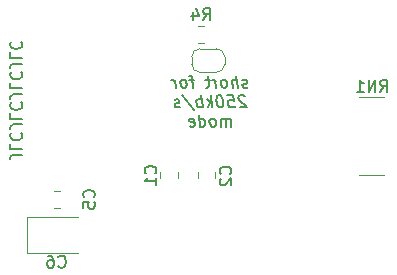
<source format=gbo>
G04 #@! TF.GenerationSoftware,KiCad,Pcbnew,5.1.10*
G04 #@! TF.CreationDate,2021-07-04T17:42:54-04:00*
G04 #@! TF.ProjectId,windpup,77696e64-7075-4702-9e6b-696361645f70,rev?*
G04 #@! TF.SameCoordinates,Original*
G04 #@! TF.FileFunction,Legend,Bot*
G04 #@! TF.FilePolarity,Positive*
%FSLAX46Y46*%
G04 Gerber Fmt 4.6, Leading zero omitted, Abs format (unit mm)*
G04 Created by KiCad (PCBNEW 5.1.10) date 2021-07-04 17:42:54*
%MOMM*%
%LPD*%
G01*
G04 APERTURE LIST*
%ADD10C,0.150000*%
%ADD11C,0.120000*%
%ADD12C,0.100000*%
%ADD13C,0.900000*%
%ADD14R,0.760000X0.430000*%
%ADD15R,1.846667X3.480000*%
%ADD16O,0.900000X1.700000*%
%ADD17O,0.900000X2.400000*%
%ADD18C,0.650000*%
G04 APERTURE END LIST*
D10*
X136031219Y-100631047D02*
X135316933Y-100631047D01*
X135174076Y-100678666D01*
X135078838Y-100773904D01*
X135031219Y-100916761D01*
X135031219Y-101012000D01*
X135031219Y-99678666D02*
X135031219Y-100154857D01*
X136031219Y-100154857D01*
X135126457Y-98773904D02*
X135078838Y-98821523D01*
X135031219Y-98964380D01*
X135031219Y-99059619D01*
X135078838Y-99202476D01*
X135174076Y-99297714D01*
X135269314Y-99345333D01*
X135459790Y-99392952D01*
X135602647Y-99392952D01*
X135793123Y-99345333D01*
X135888361Y-99297714D01*
X135983600Y-99202476D01*
X136031219Y-99059619D01*
X136031219Y-98964380D01*
X135983600Y-98821523D01*
X135935980Y-98773904D01*
X136031219Y-98059619D02*
X135316933Y-98059619D01*
X135174076Y-98107238D01*
X135078838Y-98202476D01*
X135031219Y-98345333D01*
X135031219Y-98440571D01*
X135031219Y-97107238D02*
X135031219Y-97583428D01*
X136031219Y-97583428D01*
X135126457Y-96202476D02*
X135078838Y-96250095D01*
X135031219Y-96392952D01*
X135031219Y-96488190D01*
X135078838Y-96631047D01*
X135174076Y-96726285D01*
X135269314Y-96773904D01*
X135459790Y-96821523D01*
X135602647Y-96821523D01*
X135793123Y-96773904D01*
X135888361Y-96726285D01*
X135983600Y-96631047D01*
X136031219Y-96488190D01*
X136031219Y-96392952D01*
X135983600Y-96250095D01*
X135935980Y-96202476D01*
X136031219Y-95488190D02*
X135316933Y-95488190D01*
X135174076Y-95535809D01*
X135078838Y-95631047D01*
X135031219Y-95773904D01*
X135031219Y-95869142D01*
X135031219Y-94535809D02*
X135031219Y-95012000D01*
X136031219Y-95012000D01*
X135126457Y-93631047D02*
X135078838Y-93678666D01*
X135031219Y-93821523D01*
X135031219Y-93916761D01*
X135078838Y-94059619D01*
X135174076Y-94154857D01*
X135269314Y-94202476D01*
X135459790Y-94250095D01*
X135602647Y-94250095D01*
X135793123Y-94202476D01*
X135888361Y-94154857D01*
X135983600Y-94059619D01*
X136031219Y-93916761D01*
X136031219Y-93821523D01*
X135983600Y-93678666D01*
X135935980Y-93631047D01*
X136031219Y-92916761D02*
X135316933Y-92916761D01*
X135174076Y-92964380D01*
X135078838Y-93059619D01*
X135031219Y-93202476D01*
X135031219Y-93297714D01*
X135031219Y-91964380D02*
X135031219Y-92440571D01*
X136031219Y-92440571D01*
X135126457Y-91059619D02*
X135078838Y-91107238D01*
X135031219Y-91250095D01*
X135031219Y-91345333D01*
X135078838Y-91488190D01*
X135174076Y-91583428D01*
X135269314Y-91631047D01*
X135459790Y-91678666D01*
X135602647Y-91678666D01*
X135793123Y-91631047D01*
X135888361Y-91583428D01*
X135983600Y-91488190D01*
X136031219Y-91345333D01*
X136031219Y-91250095D01*
X135983600Y-91107238D01*
X135935980Y-91059619D01*
X155128889Y-94893761D02*
X155039604Y-94941380D01*
X154849127Y-94941380D01*
X154747937Y-94893761D01*
X154688413Y-94798523D01*
X154682461Y-94750904D01*
X154718175Y-94655666D01*
X154807461Y-94608047D01*
X154950318Y-94608047D01*
X155039604Y-94560428D01*
X155075318Y-94465190D01*
X155069366Y-94417571D01*
X155009842Y-94322333D01*
X154908651Y-94274714D01*
X154765794Y-94274714D01*
X154676508Y-94322333D01*
X154277699Y-94941380D02*
X154152699Y-93941380D01*
X153849127Y-94941380D02*
X153783651Y-94417571D01*
X153819366Y-94322333D01*
X153908651Y-94274714D01*
X154051508Y-94274714D01*
X154152699Y-94322333D01*
X154206270Y-94369952D01*
X153230080Y-94941380D02*
X153319366Y-94893761D01*
X153361032Y-94846142D01*
X153396747Y-94750904D01*
X153361032Y-94465190D01*
X153301508Y-94369952D01*
X153247937Y-94322333D01*
X153146747Y-94274714D01*
X153003889Y-94274714D01*
X152914604Y-94322333D01*
X152872937Y-94369952D01*
X152837223Y-94465190D01*
X152872937Y-94750904D01*
X152932461Y-94846142D01*
X152986032Y-94893761D01*
X153087223Y-94941380D01*
X153230080Y-94941380D01*
X152468175Y-94941380D02*
X152384842Y-94274714D01*
X152408651Y-94465190D02*
X152349127Y-94369952D01*
X152295556Y-94322333D01*
X152194366Y-94274714D01*
X152099127Y-94274714D01*
X151908651Y-94274714D02*
X151527699Y-94274714D01*
X151724127Y-93941380D02*
X151831270Y-94798523D01*
X151795556Y-94893761D01*
X151706270Y-94941380D01*
X151611032Y-94941380D01*
X150575318Y-94274714D02*
X150194366Y-94274714D01*
X150515794Y-94941380D02*
X150408651Y-94084238D01*
X150349127Y-93989000D01*
X150247937Y-93941380D01*
X150152699Y-93941380D01*
X149801508Y-94941380D02*
X149890794Y-94893761D01*
X149932461Y-94846142D01*
X149968175Y-94750904D01*
X149932461Y-94465190D01*
X149872937Y-94369952D01*
X149819366Y-94322333D01*
X149718175Y-94274714D01*
X149575318Y-94274714D01*
X149486032Y-94322333D01*
X149444366Y-94369952D01*
X149408651Y-94465190D01*
X149444366Y-94750904D01*
X149503889Y-94846142D01*
X149557461Y-94893761D01*
X149658651Y-94941380D01*
X149801508Y-94941380D01*
X149039604Y-94941380D02*
X148956270Y-94274714D01*
X148980080Y-94465190D02*
X148920556Y-94369952D01*
X148866985Y-94322333D01*
X148765794Y-94274714D01*
X148670556Y-94274714D01*
X154902699Y-95686619D02*
X154849127Y-95639000D01*
X154747937Y-95591380D01*
X154509842Y-95591380D01*
X154420556Y-95639000D01*
X154378889Y-95686619D01*
X154343175Y-95781857D01*
X154355080Y-95877095D01*
X154420556Y-96019952D01*
X155063413Y-96591380D01*
X154444366Y-96591380D01*
X153414604Y-95591380D02*
X153890794Y-95591380D01*
X153997937Y-96067571D01*
X153944366Y-96019952D01*
X153843175Y-95972333D01*
X153605080Y-95972333D01*
X153515794Y-96019952D01*
X153474127Y-96067571D01*
X153438413Y-96162809D01*
X153468175Y-96400904D01*
X153527699Y-96496142D01*
X153581270Y-96543761D01*
X153682461Y-96591380D01*
X153920556Y-96591380D01*
X154009842Y-96543761D01*
X154051508Y-96496142D01*
X152747937Y-95591380D02*
X152652699Y-95591380D01*
X152563413Y-95639000D01*
X152521747Y-95686619D01*
X152486032Y-95781857D01*
X152462223Y-95972333D01*
X152491985Y-96210428D01*
X152563413Y-96400904D01*
X152622937Y-96496142D01*
X152676508Y-96543761D01*
X152777699Y-96591380D01*
X152872937Y-96591380D01*
X152962223Y-96543761D01*
X153003889Y-96496142D01*
X153039604Y-96400904D01*
X153063413Y-96210428D01*
X153033651Y-95972333D01*
X152962223Y-95781857D01*
X152902699Y-95686619D01*
X152849127Y-95639000D01*
X152747937Y-95591380D01*
X152111032Y-96591380D02*
X151986032Y-95591380D01*
X151968175Y-96210428D02*
X151730080Y-96591380D01*
X151646747Y-95924714D02*
X152075318Y-96305666D01*
X151301508Y-96591380D02*
X151176508Y-95591380D01*
X151224127Y-95972333D02*
X151122937Y-95924714D01*
X150932461Y-95924714D01*
X150843175Y-95972333D01*
X150801508Y-96019952D01*
X150765794Y-96115190D01*
X150801508Y-96400904D01*
X150861032Y-96496142D01*
X150914604Y-96543761D01*
X151015794Y-96591380D01*
X151206270Y-96591380D01*
X151295556Y-96543761D01*
X149551508Y-95543761D02*
X150569366Y-96829476D01*
X149390794Y-96543761D02*
X149301508Y-96591380D01*
X149111032Y-96591380D01*
X149009842Y-96543761D01*
X148950318Y-96448523D01*
X148944366Y-96400904D01*
X148980080Y-96305666D01*
X149069366Y-96258047D01*
X149212223Y-96258047D01*
X149301508Y-96210428D01*
X149337223Y-96115190D01*
X149331270Y-96067571D01*
X149271747Y-95972333D01*
X149170556Y-95924714D01*
X149027699Y-95924714D01*
X148938413Y-95972333D01*
X153753889Y-98241380D02*
X153670556Y-97574714D01*
X153682461Y-97669952D02*
X153628889Y-97622333D01*
X153527699Y-97574714D01*
X153384842Y-97574714D01*
X153295556Y-97622333D01*
X153259842Y-97717571D01*
X153325318Y-98241380D01*
X153259842Y-97717571D02*
X153200318Y-97622333D01*
X153099127Y-97574714D01*
X152956270Y-97574714D01*
X152866985Y-97622333D01*
X152831270Y-97717571D01*
X152896747Y-98241380D01*
X152277699Y-98241380D02*
X152366985Y-98193761D01*
X152408651Y-98146142D01*
X152444366Y-98050904D01*
X152408651Y-97765190D01*
X152349127Y-97669952D01*
X152295556Y-97622333D01*
X152194366Y-97574714D01*
X152051508Y-97574714D01*
X151962223Y-97622333D01*
X151920556Y-97669952D01*
X151884842Y-97765190D01*
X151920556Y-98050904D01*
X151980080Y-98146142D01*
X152033651Y-98193761D01*
X152134842Y-98241380D01*
X152277699Y-98241380D01*
X151087223Y-98241380D02*
X150962223Y-97241380D01*
X151081270Y-98193761D02*
X151182461Y-98241380D01*
X151372937Y-98241380D01*
X151462223Y-98193761D01*
X151503889Y-98146142D01*
X151539604Y-98050904D01*
X151503889Y-97765190D01*
X151444366Y-97669952D01*
X151390794Y-97622333D01*
X151289604Y-97574714D01*
X151099127Y-97574714D01*
X151009842Y-97622333D01*
X150224127Y-98193761D02*
X150325318Y-98241380D01*
X150515794Y-98241380D01*
X150605080Y-98193761D01*
X150640794Y-98098523D01*
X150593175Y-97717571D01*
X150533651Y-97622333D01*
X150432461Y-97574714D01*
X150241985Y-97574714D01*
X150152699Y-97622333D01*
X150116985Y-97717571D01*
X150128889Y-97812809D01*
X150616985Y-97908047D01*
D11*
X153180000Y-92346500D02*
G75*
G03*
X152480000Y-91646500I-700000J0D01*
G01*
X152480000Y-93646500D02*
G75*
G03*
X153180000Y-92946500I0J700000D01*
G01*
X150380000Y-92946500D02*
G75*
G03*
X151080000Y-93646500I700000J0D01*
G01*
X151080000Y-91646500D02*
G75*
G03*
X150380000Y-92346500I0J-700000D01*
G01*
X153180000Y-92946500D02*
X153180000Y-92346500D01*
X151080000Y-93646500D02*
X152480000Y-93646500D01*
X150380000Y-92346500D02*
X150380000Y-92946500D01*
X152480000Y-91646500D02*
X151080000Y-91646500D01*
X150903000Y-102623252D02*
X150903000Y-102100748D01*
X152373000Y-102623252D02*
X152373000Y-102100748D01*
X149198000Y-102601752D02*
X149198000Y-102079248D01*
X147728000Y-102601752D02*
X147728000Y-102079248D01*
X151404564Y-89689000D02*
X150950436Y-89689000D01*
X151404564Y-91159000D02*
X150950436Y-91159000D01*
X164508000Y-102360000D02*
X166708000Y-102360000D01*
X164508000Y-95760000D02*
X166708000Y-95760000D01*
X138698248Y-105129000D02*
X139220752Y-105129000D01*
X138698248Y-103659000D02*
X139220752Y-103659000D01*
X140789000Y-108952000D02*
X136404000Y-108952000D01*
X136404000Y-108952000D02*
X136404000Y-105932000D01*
X136404000Y-105932000D02*
X140789000Y-105932000D01*
D10*
X153646142Y-102258833D02*
X153693761Y-102211214D01*
X153741380Y-102068357D01*
X153741380Y-101973119D01*
X153693761Y-101830261D01*
X153598523Y-101735023D01*
X153503285Y-101687404D01*
X153312809Y-101639785D01*
X153169952Y-101639785D01*
X152979476Y-101687404D01*
X152884238Y-101735023D01*
X152789000Y-101830261D01*
X152741380Y-101973119D01*
X152741380Y-102068357D01*
X152789000Y-102211214D01*
X152836619Y-102258833D01*
X152836619Y-102639785D02*
X152789000Y-102687404D01*
X152741380Y-102782642D01*
X152741380Y-103020738D01*
X152789000Y-103115976D01*
X152836619Y-103163595D01*
X152931857Y-103211214D01*
X153027095Y-103211214D01*
X153169952Y-103163595D01*
X153741380Y-102592166D01*
X153741380Y-103211214D01*
X147296142Y-102195333D02*
X147343761Y-102147714D01*
X147391380Y-102004857D01*
X147391380Y-101909619D01*
X147343761Y-101766761D01*
X147248523Y-101671523D01*
X147153285Y-101623904D01*
X146962809Y-101576285D01*
X146819952Y-101576285D01*
X146629476Y-101623904D01*
X146534238Y-101671523D01*
X146439000Y-101766761D01*
X146391380Y-101909619D01*
X146391380Y-102004857D01*
X146439000Y-102147714D01*
X146486619Y-102195333D01*
X147391380Y-103147714D02*
X147391380Y-102576285D01*
X147391380Y-102862000D02*
X146391380Y-102862000D01*
X146534238Y-102766761D01*
X146629476Y-102671523D01*
X146677095Y-102576285D01*
X151344166Y-89226380D02*
X151677500Y-88750190D01*
X151915595Y-89226380D02*
X151915595Y-88226380D01*
X151534642Y-88226380D01*
X151439404Y-88274000D01*
X151391785Y-88321619D01*
X151344166Y-88416857D01*
X151344166Y-88559714D01*
X151391785Y-88654952D01*
X151439404Y-88702571D01*
X151534642Y-88750190D01*
X151915595Y-88750190D01*
X150487023Y-88559714D02*
X150487023Y-89226380D01*
X150725119Y-88178761D02*
X150963214Y-88893047D01*
X150344166Y-88893047D01*
X166368476Y-95292380D02*
X166701809Y-94816190D01*
X166939904Y-95292380D02*
X166939904Y-94292380D01*
X166558952Y-94292380D01*
X166463714Y-94340000D01*
X166416095Y-94387619D01*
X166368476Y-94482857D01*
X166368476Y-94625714D01*
X166416095Y-94720952D01*
X166463714Y-94768571D01*
X166558952Y-94816190D01*
X166939904Y-94816190D01*
X165939904Y-95292380D02*
X165939904Y-94292380D01*
X165368476Y-95292380D01*
X165368476Y-94292380D01*
X164368476Y-95292380D02*
X164939904Y-95292380D01*
X164654190Y-95292380D02*
X164654190Y-94292380D01*
X164749428Y-94435238D01*
X164844666Y-94530476D01*
X164939904Y-94578095D01*
X142089142Y-104227333D02*
X142136761Y-104179714D01*
X142184380Y-104036857D01*
X142184380Y-103941619D01*
X142136761Y-103798761D01*
X142041523Y-103703523D01*
X141946285Y-103655904D01*
X141755809Y-103608285D01*
X141612952Y-103608285D01*
X141422476Y-103655904D01*
X141327238Y-103703523D01*
X141232000Y-103798761D01*
X141184380Y-103941619D01*
X141184380Y-104036857D01*
X141232000Y-104179714D01*
X141279619Y-104227333D01*
X141184380Y-105132095D02*
X141184380Y-104655904D01*
X141660571Y-104608285D01*
X141612952Y-104655904D01*
X141565333Y-104751142D01*
X141565333Y-104989238D01*
X141612952Y-105084476D01*
X141660571Y-105132095D01*
X141755809Y-105179714D01*
X141993904Y-105179714D01*
X142089142Y-105132095D01*
X142136761Y-105084476D01*
X142184380Y-104989238D01*
X142184380Y-104751142D01*
X142136761Y-104655904D01*
X142089142Y-104608285D01*
X139104666Y-110085142D02*
X139152285Y-110132761D01*
X139295142Y-110180380D01*
X139390380Y-110180380D01*
X139533238Y-110132761D01*
X139628476Y-110037523D01*
X139676095Y-109942285D01*
X139723714Y-109751809D01*
X139723714Y-109608952D01*
X139676095Y-109418476D01*
X139628476Y-109323238D01*
X139533238Y-109228000D01*
X139390380Y-109180380D01*
X139295142Y-109180380D01*
X139152285Y-109228000D01*
X139104666Y-109275619D01*
X138247523Y-109180380D02*
X138438000Y-109180380D01*
X138533238Y-109228000D01*
X138580857Y-109275619D01*
X138676095Y-109418476D01*
X138723714Y-109608952D01*
X138723714Y-109989904D01*
X138676095Y-110085142D01*
X138628476Y-110132761D01*
X138533238Y-110180380D01*
X138342761Y-110180380D01*
X138247523Y-110132761D01*
X138199904Y-110085142D01*
X138152285Y-109989904D01*
X138152285Y-109751809D01*
X138199904Y-109656571D01*
X138247523Y-109608952D01*
X138342761Y-109561333D01*
X138533238Y-109561333D01*
X138628476Y-109608952D01*
X138676095Y-109656571D01*
X138723714Y-109751809D01*
%LPC*%
D12*
G36*
X133858000Y-110490000D02*
G01*
X121412000Y-110490000D01*
X121412000Y-82042000D01*
X133858000Y-82042000D01*
X133858000Y-110490000D01*
G37*
X133858000Y-110490000D02*
X121412000Y-110490000D01*
X121412000Y-82042000D01*
X133858000Y-82042000D01*
X133858000Y-110490000D01*
G36*
X151130000Y-93395898D02*
G01*
X151105466Y-93395898D01*
X151056635Y-93391088D01*
X151008510Y-93381516D01*
X150961555Y-93367272D01*
X150916222Y-93348495D01*
X150872949Y-93325364D01*
X150832150Y-93298104D01*
X150794221Y-93266976D01*
X150759524Y-93232279D01*
X150728396Y-93194350D01*
X150701136Y-93153551D01*
X150678005Y-93110278D01*
X150659228Y-93064945D01*
X150644984Y-93017990D01*
X150635412Y-92969865D01*
X150630602Y-92921034D01*
X150630602Y-92896500D01*
X150630000Y-92896500D01*
X150630000Y-92396500D01*
X150630602Y-92396500D01*
X150630602Y-92371966D01*
X150635412Y-92323135D01*
X150644984Y-92275010D01*
X150659228Y-92228055D01*
X150678005Y-92182722D01*
X150701136Y-92139449D01*
X150728396Y-92098650D01*
X150759524Y-92060721D01*
X150794221Y-92026024D01*
X150832150Y-91994896D01*
X150872949Y-91967636D01*
X150916222Y-91944505D01*
X150961555Y-91925728D01*
X151008510Y-91911484D01*
X151056635Y-91901912D01*
X151105466Y-91897102D01*
X151130000Y-91897102D01*
X151130000Y-91896500D01*
X151630000Y-91896500D01*
X151630000Y-93396500D01*
X151130000Y-93396500D01*
X151130000Y-93395898D01*
G37*
G36*
X151930000Y-91896500D02*
G01*
X152430000Y-91896500D01*
X152430000Y-91897102D01*
X152454534Y-91897102D01*
X152503365Y-91901912D01*
X152551490Y-91911484D01*
X152598445Y-91925728D01*
X152643778Y-91944505D01*
X152687051Y-91967636D01*
X152727850Y-91994896D01*
X152765779Y-92026024D01*
X152800476Y-92060721D01*
X152831604Y-92098650D01*
X152858864Y-92139449D01*
X152881995Y-92182722D01*
X152900772Y-92228055D01*
X152915016Y-92275010D01*
X152924588Y-92323135D01*
X152929398Y-92371966D01*
X152929398Y-92396500D01*
X152930000Y-92396500D01*
X152930000Y-92896500D01*
X152929398Y-92896500D01*
X152929398Y-92921034D01*
X152924588Y-92969865D01*
X152915016Y-93017990D01*
X152900772Y-93064945D01*
X152881995Y-93110278D01*
X152858864Y-93153551D01*
X152831604Y-93194350D01*
X152800476Y-93232279D01*
X152765779Y-93266976D01*
X152727850Y-93298104D01*
X152687051Y-93325364D01*
X152643778Y-93348495D01*
X152598445Y-93367272D01*
X152551490Y-93381516D01*
X152503365Y-93391088D01*
X152454534Y-93395898D01*
X152430000Y-93395898D01*
X152430000Y-93396500D01*
X151930000Y-93396500D01*
X151930000Y-91896500D01*
G37*
D13*
X141929000Y-110577000D03*
X148729000Y-110577000D03*
G36*
G01*
X152113000Y-101912000D02*
X151163000Y-101912000D01*
G75*
G02*
X150913000Y-101662000I0J250000D01*
G01*
X150913000Y-100987000D01*
G75*
G02*
X151163000Y-100737000I250000J0D01*
G01*
X152113000Y-100737000D01*
G75*
G02*
X152363000Y-100987000I0J-250000D01*
G01*
X152363000Y-101662000D01*
G75*
G02*
X152113000Y-101912000I-250000J0D01*
G01*
G37*
G36*
G01*
X152113000Y-103987000D02*
X151163000Y-103987000D01*
G75*
G02*
X150913000Y-103737000I0J250000D01*
G01*
X150913000Y-103062000D01*
G75*
G02*
X151163000Y-102812000I250000J0D01*
G01*
X152113000Y-102812000D01*
G75*
G02*
X152363000Y-103062000I0J-250000D01*
G01*
X152363000Y-103737000D01*
G75*
G02*
X152113000Y-103987000I-250000J0D01*
G01*
G37*
G36*
G01*
X148938000Y-103965500D02*
X147988000Y-103965500D01*
G75*
G02*
X147738000Y-103715500I0J250000D01*
G01*
X147738000Y-103040500D01*
G75*
G02*
X147988000Y-102790500I250000J0D01*
G01*
X148938000Y-102790500D01*
G75*
G02*
X149188000Y-103040500I0J-250000D01*
G01*
X149188000Y-103715500D01*
G75*
G02*
X148938000Y-103965500I-250000J0D01*
G01*
G37*
G36*
G01*
X148938000Y-101890500D02*
X147988000Y-101890500D01*
G75*
G02*
X147738000Y-101640500I0J250000D01*
G01*
X147738000Y-100965500D01*
G75*
G02*
X147988000Y-100715500I250000J0D01*
G01*
X148938000Y-100715500D01*
G75*
G02*
X149188000Y-100965500I0J-250000D01*
G01*
X149188000Y-101640500D01*
G75*
G02*
X148938000Y-101890500I-250000J0D01*
G01*
G37*
G36*
G01*
X150777500Y-89973999D02*
X150777500Y-90874001D01*
G75*
G02*
X150527501Y-91124000I-249999J0D01*
G01*
X149827499Y-91124000D01*
G75*
G02*
X149577500Y-90874001I0J249999D01*
G01*
X149577500Y-89973999D01*
G75*
G02*
X149827499Y-89724000I249999J0D01*
G01*
X150527501Y-89724000D01*
G75*
G02*
X150777500Y-89973999I0J-249999D01*
G01*
G37*
G36*
G01*
X152777500Y-89973999D02*
X152777500Y-90874001D01*
G75*
G02*
X152527501Y-91124000I-249999J0D01*
G01*
X151827499Y-91124000D01*
G75*
G02*
X151577500Y-90874001I0J249999D01*
G01*
X151577500Y-89973999D01*
G75*
G02*
X151827499Y-89724000I249999J0D01*
G01*
X152527501Y-89724000D01*
G75*
G02*
X152777500Y-89973999I0J-249999D01*
G01*
G37*
D14*
X164848000Y-101060000D03*
X164848000Y-101860000D03*
X164848000Y-96260000D03*
X164848000Y-97060000D03*
X166368000Y-97060000D03*
X166368000Y-96260000D03*
X166368000Y-101860000D03*
X166368000Y-101060000D03*
X164848000Y-97860000D03*
X164848000Y-100260000D03*
X166368000Y-100260000D03*
X166368000Y-97860000D03*
X164848000Y-99460000D03*
X166368000Y-99460000D03*
X164848000Y-98660000D03*
X166368000Y-98660000D03*
D15*
X161539000Y-77724000D03*
X158769000Y-77724000D03*
X155999000Y-77724000D03*
X153229000Y-77724000D03*
X150459000Y-77724000D03*
X147689000Y-77724000D03*
X144919000Y-77724000D03*
X142149000Y-77724000D03*
X139379000Y-77724000D03*
X136609000Y-77724000D03*
X133839000Y-77724000D03*
X131069000Y-77724000D03*
D16*
X154356000Y-120184000D03*
X145706000Y-120184000D03*
D17*
X154356000Y-116804000D03*
X145706000Y-116804000D03*
D18*
X153011000Y-117149000D03*
X152161000Y-117149000D03*
X151311000Y-117149000D03*
X150461000Y-117149000D03*
X149611000Y-117149000D03*
X148761000Y-117149000D03*
X147911000Y-117149000D03*
X147056000Y-117149000D03*
X153006000Y-115824000D03*
X152156000Y-115824000D03*
X151306000Y-115824000D03*
X150456000Y-115824000D03*
X149606000Y-115824000D03*
X147906000Y-115824000D03*
X147056000Y-115824000D03*
X148756000Y-115824000D03*
G36*
G01*
X139409500Y-104869000D02*
X139409500Y-103919000D01*
G75*
G02*
X139659500Y-103669000I250000J0D01*
G01*
X140334500Y-103669000D01*
G75*
G02*
X140584500Y-103919000I0J-250000D01*
G01*
X140584500Y-104869000D01*
G75*
G02*
X140334500Y-105119000I-250000J0D01*
G01*
X139659500Y-105119000D01*
G75*
G02*
X139409500Y-104869000I0J250000D01*
G01*
G37*
G36*
G01*
X137334500Y-104869000D02*
X137334500Y-103919000D01*
G75*
G02*
X137584500Y-103669000I250000J0D01*
G01*
X138259500Y-103669000D01*
G75*
G02*
X138509500Y-103919000I0J-250000D01*
G01*
X138509500Y-104869000D01*
G75*
G02*
X138259500Y-105119000I-250000J0D01*
G01*
X137584500Y-105119000D01*
G75*
G02*
X137334500Y-104869000I0J250000D01*
G01*
G37*
G36*
G01*
X136664000Y-108367000D02*
X136664000Y-106517000D01*
G75*
G02*
X136914000Y-106267000I250000J0D01*
G01*
X137914000Y-106267000D01*
G75*
G02*
X138164000Y-106517000I0J-250000D01*
G01*
X138164000Y-108367000D01*
G75*
G02*
X137914000Y-108617000I-250000J0D01*
G01*
X136914000Y-108617000D01*
G75*
G02*
X136664000Y-108367000I0J250000D01*
G01*
G37*
G36*
G01*
X139914000Y-108367000D02*
X139914000Y-106517000D01*
G75*
G02*
X140164000Y-106267000I250000J0D01*
G01*
X141164000Y-106267000D01*
G75*
G02*
X141414000Y-106517000I0J-250000D01*
G01*
X141414000Y-108367000D01*
G75*
G02*
X141164000Y-108617000I-250000J0D01*
G01*
X140164000Y-108617000D01*
G75*
G02*
X139914000Y-108367000I0J250000D01*
G01*
G37*
M02*

</source>
